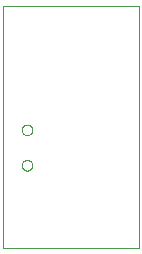
<source format=gko>
G75*
%MOIN*%
%OFA0B0*%
%FSLAX25Y25*%
%IPPOS*%
%LPD*%
%AMOC8*
5,1,8,0,0,1.08239X$1,22.5*
%
%ADD10C,0.00000*%
D10*
X0001031Y0001000D02*
X0001031Y0081709D01*
X0046307Y0081709D01*
X0046307Y0001000D01*
X0001031Y0001000D01*
X0007134Y0028559D02*
X0007136Y0028643D01*
X0007142Y0028726D01*
X0007152Y0028809D01*
X0007166Y0028892D01*
X0007183Y0028974D01*
X0007205Y0029055D01*
X0007230Y0029134D01*
X0007259Y0029213D01*
X0007292Y0029290D01*
X0007328Y0029365D01*
X0007368Y0029439D01*
X0007411Y0029511D01*
X0007458Y0029580D01*
X0007508Y0029647D01*
X0007561Y0029712D01*
X0007617Y0029774D01*
X0007675Y0029834D01*
X0007737Y0029891D01*
X0007801Y0029944D01*
X0007868Y0029995D01*
X0007937Y0030042D01*
X0008008Y0030087D01*
X0008081Y0030127D01*
X0008156Y0030164D01*
X0008233Y0030198D01*
X0008311Y0030228D01*
X0008390Y0030254D01*
X0008471Y0030277D01*
X0008553Y0030295D01*
X0008635Y0030310D01*
X0008718Y0030321D01*
X0008801Y0030328D01*
X0008885Y0030331D01*
X0008969Y0030330D01*
X0009052Y0030325D01*
X0009136Y0030316D01*
X0009218Y0030303D01*
X0009300Y0030287D01*
X0009381Y0030266D01*
X0009462Y0030242D01*
X0009540Y0030214D01*
X0009618Y0030182D01*
X0009694Y0030146D01*
X0009768Y0030107D01*
X0009840Y0030065D01*
X0009910Y0030019D01*
X0009978Y0029970D01*
X0010043Y0029918D01*
X0010106Y0029863D01*
X0010166Y0029805D01*
X0010224Y0029744D01*
X0010278Y0029680D01*
X0010330Y0029614D01*
X0010378Y0029546D01*
X0010423Y0029475D01*
X0010464Y0029402D01*
X0010503Y0029328D01*
X0010537Y0029252D01*
X0010568Y0029174D01*
X0010595Y0029095D01*
X0010619Y0029014D01*
X0010638Y0028933D01*
X0010654Y0028851D01*
X0010666Y0028768D01*
X0010674Y0028684D01*
X0010678Y0028601D01*
X0010678Y0028517D01*
X0010674Y0028434D01*
X0010666Y0028350D01*
X0010654Y0028267D01*
X0010638Y0028185D01*
X0010619Y0028104D01*
X0010595Y0028023D01*
X0010568Y0027944D01*
X0010537Y0027866D01*
X0010503Y0027790D01*
X0010464Y0027716D01*
X0010423Y0027643D01*
X0010378Y0027572D01*
X0010330Y0027504D01*
X0010278Y0027438D01*
X0010224Y0027374D01*
X0010166Y0027313D01*
X0010106Y0027255D01*
X0010043Y0027200D01*
X0009978Y0027148D01*
X0009910Y0027099D01*
X0009840Y0027053D01*
X0009768Y0027011D01*
X0009694Y0026972D01*
X0009618Y0026936D01*
X0009540Y0026904D01*
X0009462Y0026876D01*
X0009381Y0026852D01*
X0009300Y0026831D01*
X0009218Y0026815D01*
X0009136Y0026802D01*
X0009052Y0026793D01*
X0008969Y0026788D01*
X0008885Y0026787D01*
X0008801Y0026790D01*
X0008718Y0026797D01*
X0008635Y0026808D01*
X0008553Y0026823D01*
X0008471Y0026841D01*
X0008390Y0026864D01*
X0008311Y0026890D01*
X0008233Y0026920D01*
X0008156Y0026954D01*
X0008081Y0026991D01*
X0008008Y0027031D01*
X0007937Y0027076D01*
X0007868Y0027123D01*
X0007801Y0027174D01*
X0007737Y0027227D01*
X0007675Y0027284D01*
X0007617Y0027344D01*
X0007561Y0027406D01*
X0007508Y0027471D01*
X0007458Y0027538D01*
X0007411Y0027607D01*
X0007368Y0027679D01*
X0007328Y0027753D01*
X0007292Y0027828D01*
X0007259Y0027905D01*
X0007230Y0027984D01*
X0007205Y0028063D01*
X0007183Y0028144D01*
X0007166Y0028226D01*
X0007152Y0028309D01*
X0007142Y0028392D01*
X0007136Y0028475D01*
X0007134Y0028559D01*
X0007134Y0040370D02*
X0007136Y0040454D01*
X0007142Y0040537D01*
X0007152Y0040620D01*
X0007166Y0040703D01*
X0007183Y0040785D01*
X0007205Y0040866D01*
X0007230Y0040945D01*
X0007259Y0041024D01*
X0007292Y0041101D01*
X0007328Y0041176D01*
X0007368Y0041250D01*
X0007411Y0041322D01*
X0007458Y0041391D01*
X0007508Y0041458D01*
X0007561Y0041523D01*
X0007617Y0041585D01*
X0007675Y0041645D01*
X0007737Y0041702D01*
X0007801Y0041755D01*
X0007868Y0041806D01*
X0007937Y0041853D01*
X0008008Y0041898D01*
X0008081Y0041938D01*
X0008156Y0041975D01*
X0008233Y0042009D01*
X0008311Y0042039D01*
X0008390Y0042065D01*
X0008471Y0042088D01*
X0008553Y0042106D01*
X0008635Y0042121D01*
X0008718Y0042132D01*
X0008801Y0042139D01*
X0008885Y0042142D01*
X0008969Y0042141D01*
X0009052Y0042136D01*
X0009136Y0042127D01*
X0009218Y0042114D01*
X0009300Y0042098D01*
X0009381Y0042077D01*
X0009462Y0042053D01*
X0009540Y0042025D01*
X0009618Y0041993D01*
X0009694Y0041957D01*
X0009768Y0041918D01*
X0009840Y0041876D01*
X0009910Y0041830D01*
X0009978Y0041781D01*
X0010043Y0041729D01*
X0010106Y0041674D01*
X0010166Y0041616D01*
X0010224Y0041555D01*
X0010278Y0041491D01*
X0010330Y0041425D01*
X0010378Y0041357D01*
X0010423Y0041286D01*
X0010464Y0041213D01*
X0010503Y0041139D01*
X0010537Y0041063D01*
X0010568Y0040985D01*
X0010595Y0040906D01*
X0010619Y0040825D01*
X0010638Y0040744D01*
X0010654Y0040662D01*
X0010666Y0040579D01*
X0010674Y0040495D01*
X0010678Y0040412D01*
X0010678Y0040328D01*
X0010674Y0040245D01*
X0010666Y0040161D01*
X0010654Y0040078D01*
X0010638Y0039996D01*
X0010619Y0039915D01*
X0010595Y0039834D01*
X0010568Y0039755D01*
X0010537Y0039677D01*
X0010503Y0039601D01*
X0010464Y0039527D01*
X0010423Y0039454D01*
X0010378Y0039383D01*
X0010330Y0039315D01*
X0010278Y0039249D01*
X0010224Y0039185D01*
X0010166Y0039124D01*
X0010106Y0039066D01*
X0010043Y0039011D01*
X0009978Y0038959D01*
X0009910Y0038910D01*
X0009840Y0038864D01*
X0009768Y0038822D01*
X0009694Y0038783D01*
X0009618Y0038747D01*
X0009540Y0038715D01*
X0009462Y0038687D01*
X0009381Y0038663D01*
X0009300Y0038642D01*
X0009218Y0038626D01*
X0009136Y0038613D01*
X0009052Y0038604D01*
X0008969Y0038599D01*
X0008885Y0038598D01*
X0008801Y0038601D01*
X0008718Y0038608D01*
X0008635Y0038619D01*
X0008553Y0038634D01*
X0008471Y0038652D01*
X0008390Y0038675D01*
X0008311Y0038701D01*
X0008233Y0038731D01*
X0008156Y0038765D01*
X0008081Y0038802D01*
X0008008Y0038842D01*
X0007937Y0038887D01*
X0007868Y0038934D01*
X0007801Y0038985D01*
X0007737Y0039038D01*
X0007675Y0039095D01*
X0007617Y0039155D01*
X0007561Y0039217D01*
X0007508Y0039282D01*
X0007458Y0039349D01*
X0007411Y0039418D01*
X0007368Y0039490D01*
X0007328Y0039564D01*
X0007292Y0039639D01*
X0007259Y0039716D01*
X0007230Y0039795D01*
X0007205Y0039874D01*
X0007183Y0039955D01*
X0007166Y0040037D01*
X0007152Y0040120D01*
X0007142Y0040203D01*
X0007136Y0040286D01*
X0007134Y0040370D01*
M02*

</source>
